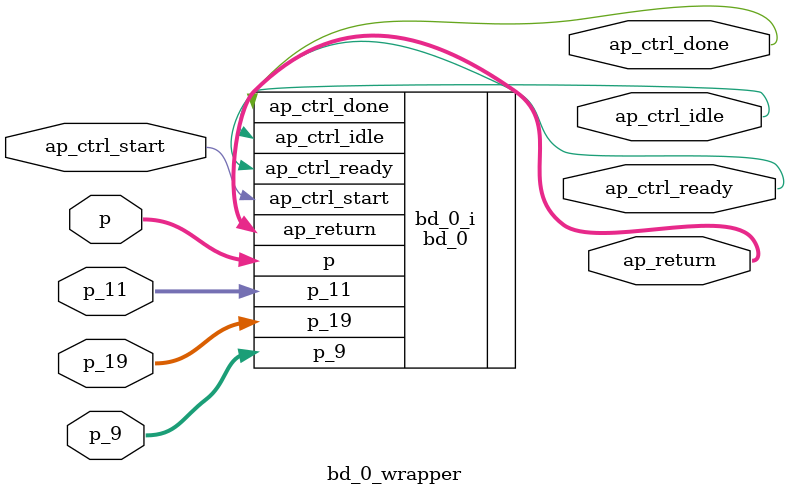
<source format=v>
`timescale 1 ps / 1 ps

module bd_0_wrapper
   (ap_ctrl_done,
    ap_ctrl_idle,
    ap_ctrl_ready,
    ap_ctrl_start,
    ap_return,
    p,
    p_11,
    p_19,
    p_9);
  output ap_ctrl_done;
  output ap_ctrl_idle;
  output ap_ctrl_ready;
  input ap_ctrl_start;
  output [7:0]ap_return;
  input [63:0]p;
  input [63:0]p_11;
  input [15:0]p_19;
  input [31:0]p_9;

  wire ap_ctrl_done;
  wire ap_ctrl_idle;
  wire ap_ctrl_ready;
  wire ap_ctrl_start;
  wire [7:0]ap_return;
  wire [63:0]p;
  wire [63:0]p_11;
  wire [15:0]p_19;
  wire [31:0]p_9;

  bd_0 bd_0_i
       (.ap_ctrl_done(ap_ctrl_done),
        .ap_ctrl_idle(ap_ctrl_idle),
        .ap_ctrl_ready(ap_ctrl_ready),
        .ap_ctrl_start(ap_ctrl_start),
        .ap_return(ap_return),
        .p(p),
        .p_11(p_11),
        .p_19(p_19),
        .p_9(p_9));
endmodule

</source>
